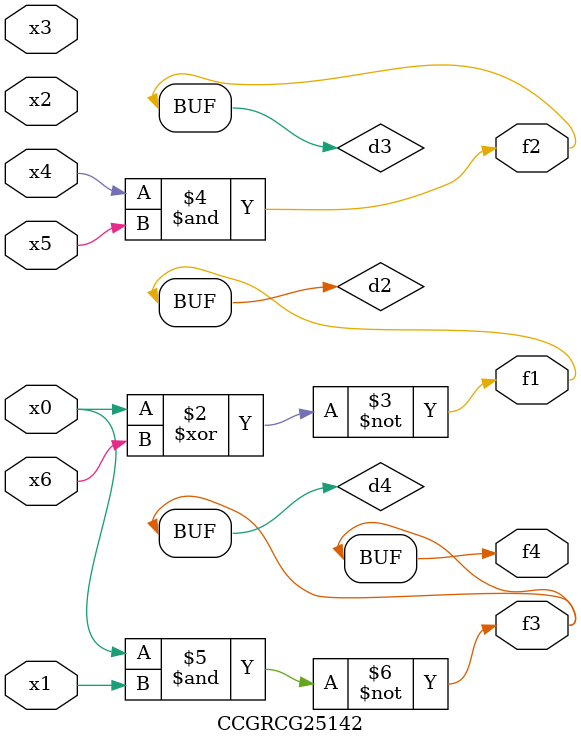
<source format=v>
module CCGRCG25142(
	input x0, x1, x2, x3, x4, x5, x6,
	output f1, f2, f3, f4
);

	wire d1, d2, d3, d4;

	nor (d1, x0);
	xnor (d2, x0, x6);
	and (d3, x4, x5);
	nand (d4, x0, x1);
	assign f1 = d2;
	assign f2 = d3;
	assign f3 = d4;
	assign f4 = d4;
endmodule

</source>
